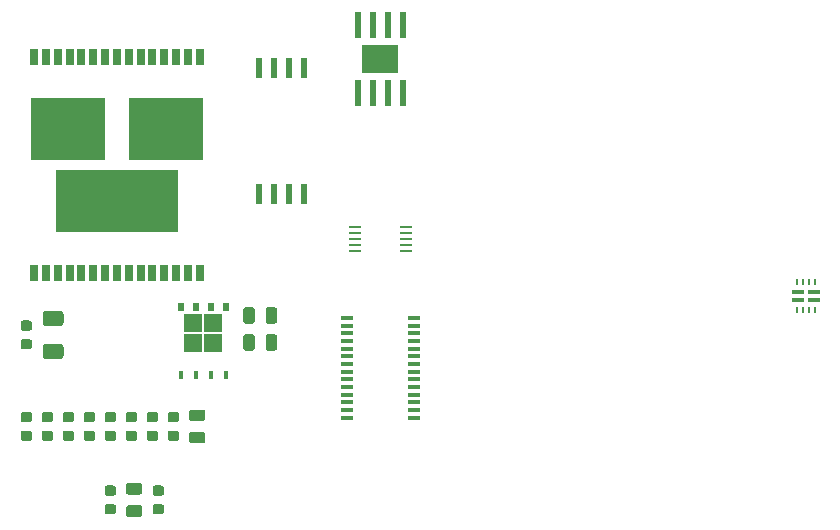
<source format=gbr>
G04 #@! TF.GenerationSoftware,KiCad,Pcbnew,(5.1.5-0-10_14)*
G04 #@! TF.CreationDate,2019-12-31T01:38:16-08:00*
G04 #@! TF.ProjectId,Glue Board,476c7565-2042-46f6-9172-642e6b696361,rev?*
G04 #@! TF.SameCoordinates,Original*
G04 #@! TF.FileFunction,Paste,Top*
G04 #@! TF.FilePolarity,Positive*
%FSLAX46Y46*%
G04 Gerber Fmt 4.6, Leading zero omitted, Abs format (unit mm)*
G04 Created by KiCad (PCBNEW (5.1.5-0-10_14)) date 2019-12-31 01:38:16*
%MOMM*%
%LPD*%
G04 APERTURE LIST*
%ADD10R,0.600000X1.800000*%
%ADD11R,0.500000X0.750000*%
%ADD12R,1.500000X1.500000*%
%ADD13R,0.400000X0.750000*%
%ADD14R,0.500000X2.200000*%
%ADD15R,3.100000X2.400000*%
%ADD16C,0.100000*%
%ADD17R,0.200000X0.600000*%
%ADD18R,1.050000X0.400000*%
%ADD19R,1.100000X0.250000*%
%ADD20R,6.230000X5.250000*%
%ADD21R,10.300000X5.250000*%
%ADD22R,0.660000X1.350000*%
%ADD23R,1.100000X0.400000*%
G04 APERTURE END LIST*
D10*
X187579000Y-67814000D03*
X186309000Y-67814000D03*
X185039000Y-67814000D03*
X183769000Y-67814000D03*
X183769000Y-57154000D03*
X185039000Y-57154000D03*
X186309000Y-57154000D03*
X187579000Y-57154000D03*
D11*
X180975000Y-77359000D03*
X179705000Y-77359000D03*
X178435000Y-77359000D03*
X177165000Y-77359000D03*
D12*
X179920000Y-80464000D03*
X178220000Y-80464000D03*
X179920000Y-78764000D03*
X178220000Y-78764000D03*
D13*
X180975000Y-83164000D03*
X179705000Y-83164000D03*
X178435000Y-83164000D03*
X177165000Y-83164000D03*
D14*
X192151000Y-53513000D03*
X193421000Y-53513000D03*
X194691000Y-53513000D03*
X195961000Y-53513000D03*
X195961000Y-59263000D03*
X194691000Y-59263000D03*
X193421000Y-59263000D03*
X192151000Y-59263000D03*
D15*
X194056000Y-56388000D03*
D16*
G36*
X164361691Y-78532053D02*
G01*
X164382926Y-78535203D01*
X164403750Y-78540419D01*
X164423962Y-78547651D01*
X164443368Y-78556830D01*
X164461781Y-78567866D01*
X164479024Y-78580654D01*
X164494930Y-78595070D01*
X164509346Y-78610976D01*
X164522134Y-78628219D01*
X164533170Y-78646632D01*
X164542349Y-78666038D01*
X164549581Y-78686250D01*
X164554797Y-78707074D01*
X164557947Y-78728309D01*
X164559000Y-78749750D01*
X164559000Y-79187250D01*
X164557947Y-79208691D01*
X164554797Y-79229926D01*
X164549581Y-79250750D01*
X164542349Y-79270962D01*
X164533170Y-79290368D01*
X164522134Y-79308781D01*
X164509346Y-79326024D01*
X164494930Y-79341930D01*
X164479024Y-79356346D01*
X164461781Y-79369134D01*
X164443368Y-79380170D01*
X164423962Y-79389349D01*
X164403750Y-79396581D01*
X164382926Y-79401797D01*
X164361691Y-79404947D01*
X164340250Y-79406000D01*
X163827750Y-79406000D01*
X163806309Y-79404947D01*
X163785074Y-79401797D01*
X163764250Y-79396581D01*
X163744038Y-79389349D01*
X163724632Y-79380170D01*
X163706219Y-79369134D01*
X163688976Y-79356346D01*
X163673070Y-79341930D01*
X163658654Y-79326024D01*
X163645866Y-79308781D01*
X163634830Y-79290368D01*
X163625651Y-79270962D01*
X163618419Y-79250750D01*
X163613203Y-79229926D01*
X163610053Y-79208691D01*
X163609000Y-79187250D01*
X163609000Y-78749750D01*
X163610053Y-78728309D01*
X163613203Y-78707074D01*
X163618419Y-78686250D01*
X163625651Y-78666038D01*
X163634830Y-78646632D01*
X163645866Y-78628219D01*
X163658654Y-78610976D01*
X163673070Y-78595070D01*
X163688976Y-78580654D01*
X163706219Y-78567866D01*
X163724632Y-78556830D01*
X163744038Y-78547651D01*
X163764250Y-78540419D01*
X163785074Y-78535203D01*
X163806309Y-78532053D01*
X163827750Y-78531000D01*
X164340250Y-78531000D01*
X164361691Y-78532053D01*
G37*
G36*
X164361691Y-80107053D02*
G01*
X164382926Y-80110203D01*
X164403750Y-80115419D01*
X164423962Y-80122651D01*
X164443368Y-80131830D01*
X164461781Y-80142866D01*
X164479024Y-80155654D01*
X164494930Y-80170070D01*
X164509346Y-80185976D01*
X164522134Y-80203219D01*
X164533170Y-80221632D01*
X164542349Y-80241038D01*
X164549581Y-80261250D01*
X164554797Y-80282074D01*
X164557947Y-80303309D01*
X164559000Y-80324750D01*
X164559000Y-80762250D01*
X164557947Y-80783691D01*
X164554797Y-80804926D01*
X164549581Y-80825750D01*
X164542349Y-80845962D01*
X164533170Y-80865368D01*
X164522134Y-80883781D01*
X164509346Y-80901024D01*
X164494930Y-80916930D01*
X164479024Y-80931346D01*
X164461781Y-80944134D01*
X164443368Y-80955170D01*
X164423962Y-80964349D01*
X164403750Y-80971581D01*
X164382926Y-80976797D01*
X164361691Y-80979947D01*
X164340250Y-80981000D01*
X163827750Y-80981000D01*
X163806309Y-80979947D01*
X163785074Y-80976797D01*
X163764250Y-80971581D01*
X163744038Y-80964349D01*
X163724632Y-80955170D01*
X163706219Y-80944134D01*
X163688976Y-80931346D01*
X163673070Y-80916930D01*
X163658654Y-80901024D01*
X163645866Y-80883781D01*
X163634830Y-80865368D01*
X163625651Y-80845962D01*
X163618419Y-80825750D01*
X163613203Y-80804926D01*
X163610053Y-80783691D01*
X163609000Y-80762250D01*
X163609000Y-80324750D01*
X163610053Y-80303309D01*
X163613203Y-80282074D01*
X163618419Y-80261250D01*
X163625651Y-80241038D01*
X163634830Y-80221632D01*
X163645866Y-80203219D01*
X163658654Y-80185976D01*
X163673070Y-80170070D01*
X163688976Y-80155654D01*
X163706219Y-80142866D01*
X163724632Y-80131830D01*
X163744038Y-80122651D01*
X163764250Y-80115419D01*
X163785074Y-80110203D01*
X163806309Y-80107053D01*
X163827750Y-80106000D01*
X164340250Y-80106000D01*
X164361691Y-80107053D01*
G37*
G36*
X175537691Y-94077053D02*
G01*
X175558926Y-94080203D01*
X175579750Y-94085419D01*
X175599962Y-94092651D01*
X175619368Y-94101830D01*
X175637781Y-94112866D01*
X175655024Y-94125654D01*
X175670930Y-94140070D01*
X175685346Y-94155976D01*
X175698134Y-94173219D01*
X175709170Y-94191632D01*
X175718349Y-94211038D01*
X175725581Y-94231250D01*
X175730797Y-94252074D01*
X175733947Y-94273309D01*
X175735000Y-94294750D01*
X175735000Y-94732250D01*
X175733947Y-94753691D01*
X175730797Y-94774926D01*
X175725581Y-94795750D01*
X175718349Y-94815962D01*
X175709170Y-94835368D01*
X175698134Y-94853781D01*
X175685346Y-94871024D01*
X175670930Y-94886930D01*
X175655024Y-94901346D01*
X175637781Y-94914134D01*
X175619368Y-94925170D01*
X175599962Y-94934349D01*
X175579750Y-94941581D01*
X175558926Y-94946797D01*
X175537691Y-94949947D01*
X175516250Y-94951000D01*
X175003750Y-94951000D01*
X174982309Y-94949947D01*
X174961074Y-94946797D01*
X174940250Y-94941581D01*
X174920038Y-94934349D01*
X174900632Y-94925170D01*
X174882219Y-94914134D01*
X174864976Y-94901346D01*
X174849070Y-94886930D01*
X174834654Y-94871024D01*
X174821866Y-94853781D01*
X174810830Y-94835368D01*
X174801651Y-94815962D01*
X174794419Y-94795750D01*
X174789203Y-94774926D01*
X174786053Y-94753691D01*
X174785000Y-94732250D01*
X174785000Y-94294750D01*
X174786053Y-94273309D01*
X174789203Y-94252074D01*
X174794419Y-94231250D01*
X174801651Y-94211038D01*
X174810830Y-94191632D01*
X174821866Y-94173219D01*
X174834654Y-94155976D01*
X174849070Y-94140070D01*
X174864976Y-94125654D01*
X174882219Y-94112866D01*
X174900632Y-94101830D01*
X174920038Y-94092651D01*
X174940250Y-94085419D01*
X174961074Y-94080203D01*
X174982309Y-94077053D01*
X175003750Y-94076000D01*
X175516250Y-94076000D01*
X175537691Y-94077053D01*
G37*
G36*
X175537691Y-92502053D02*
G01*
X175558926Y-92505203D01*
X175579750Y-92510419D01*
X175599962Y-92517651D01*
X175619368Y-92526830D01*
X175637781Y-92537866D01*
X175655024Y-92550654D01*
X175670930Y-92565070D01*
X175685346Y-92580976D01*
X175698134Y-92598219D01*
X175709170Y-92616632D01*
X175718349Y-92636038D01*
X175725581Y-92656250D01*
X175730797Y-92677074D01*
X175733947Y-92698309D01*
X175735000Y-92719750D01*
X175735000Y-93157250D01*
X175733947Y-93178691D01*
X175730797Y-93199926D01*
X175725581Y-93220750D01*
X175718349Y-93240962D01*
X175709170Y-93260368D01*
X175698134Y-93278781D01*
X175685346Y-93296024D01*
X175670930Y-93311930D01*
X175655024Y-93326346D01*
X175637781Y-93339134D01*
X175619368Y-93350170D01*
X175599962Y-93359349D01*
X175579750Y-93366581D01*
X175558926Y-93371797D01*
X175537691Y-93374947D01*
X175516250Y-93376000D01*
X175003750Y-93376000D01*
X174982309Y-93374947D01*
X174961074Y-93371797D01*
X174940250Y-93366581D01*
X174920038Y-93359349D01*
X174900632Y-93350170D01*
X174882219Y-93339134D01*
X174864976Y-93326346D01*
X174849070Y-93311930D01*
X174834654Y-93296024D01*
X174821866Y-93278781D01*
X174810830Y-93260368D01*
X174801651Y-93240962D01*
X174794419Y-93220750D01*
X174789203Y-93199926D01*
X174786053Y-93178691D01*
X174785000Y-93157250D01*
X174785000Y-92719750D01*
X174786053Y-92698309D01*
X174789203Y-92677074D01*
X174794419Y-92656250D01*
X174801651Y-92636038D01*
X174810830Y-92616632D01*
X174821866Y-92598219D01*
X174834654Y-92580976D01*
X174849070Y-92565070D01*
X174864976Y-92550654D01*
X174882219Y-92537866D01*
X174900632Y-92526830D01*
X174920038Y-92517651D01*
X174940250Y-92510419D01*
X174961074Y-92505203D01*
X174982309Y-92502053D01*
X175003750Y-92501000D01*
X175516250Y-92501000D01*
X175537691Y-92502053D01*
G37*
G36*
X166139691Y-86279053D02*
G01*
X166160926Y-86282203D01*
X166181750Y-86287419D01*
X166201962Y-86294651D01*
X166221368Y-86303830D01*
X166239781Y-86314866D01*
X166257024Y-86327654D01*
X166272930Y-86342070D01*
X166287346Y-86357976D01*
X166300134Y-86375219D01*
X166311170Y-86393632D01*
X166320349Y-86413038D01*
X166327581Y-86433250D01*
X166332797Y-86454074D01*
X166335947Y-86475309D01*
X166337000Y-86496750D01*
X166337000Y-86934250D01*
X166335947Y-86955691D01*
X166332797Y-86976926D01*
X166327581Y-86997750D01*
X166320349Y-87017962D01*
X166311170Y-87037368D01*
X166300134Y-87055781D01*
X166287346Y-87073024D01*
X166272930Y-87088930D01*
X166257024Y-87103346D01*
X166239781Y-87116134D01*
X166221368Y-87127170D01*
X166201962Y-87136349D01*
X166181750Y-87143581D01*
X166160926Y-87148797D01*
X166139691Y-87151947D01*
X166118250Y-87153000D01*
X165605750Y-87153000D01*
X165584309Y-87151947D01*
X165563074Y-87148797D01*
X165542250Y-87143581D01*
X165522038Y-87136349D01*
X165502632Y-87127170D01*
X165484219Y-87116134D01*
X165466976Y-87103346D01*
X165451070Y-87088930D01*
X165436654Y-87073024D01*
X165423866Y-87055781D01*
X165412830Y-87037368D01*
X165403651Y-87017962D01*
X165396419Y-86997750D01*
X165391203Y-86976926D01*
X165388053Y-86955691D01*
X165387000Y-86934250D01*
X165387000Y-86496750D01*
X165388053Y-86475309D01*
X165391203Y-86454074D01*
X165396419Y-86433250D01*
X165403651Y-86413038D01*
X165412830Y-86393632D01*
X165423866Y-86375219D01*
X165436654Y-86357976D01*
X165451070Y-86342070D01*
X165466976Y-86327654D01*
X165484219Y-86314866D01*
X165502632Y-86303830D01*
X165522038Y-86294651D01*
X165542250Y-86287419D01*
X165563074Y-86282203D01*
X165584309Y-86279053D01*
X165605750Y-86278000D01*
X166118250Y-86278000D01*
X166139691Y-86279053D01*
G37*
G36*
X166139691Y-87854053D02*
G01*
X166160926Y-87857203D01*
X166181750Y-87862419D01*
X166201962Y-87869651D01*
X166221368Y-87878830D01*
X166239781Y-87889866D01*
X166257024Y-87902654D01*
X166272930Y-87917070D01*
X166287346Y-87932976D01*
X166300134Y-87950219D01*
X166311170Y-87968632D01*
X166320349Y-87988038D01*
X166327581Y-88008250D01*
X166332797Y-88029074D01*
X166335947Y-88050309D01*
X166337000Y-88071750D01*
X166337000Y-88509250D01*
X166335947Y-88530691D01*
X166332797Y-88551926D01*
X166327581Y-88572750D01*
X166320349Y-88592962D01*
X166311170Y-88612368D01*
X166300134Y-88630781D01*
X166287346Y-88648024D01*
X166272930Y-88663930D01*
X166257024Y-88678346D01*
X166239781Y-88691134D01*
X166221368Y-88702170D01*
X166201962Y-88711349D01*
X166181750Y-88718581D01*
X166160926Y-88723797D01*
X166139691Y-88726947D01*
X166118250Y-88728000D01*
X165605750Y-88728000D01*
X165584309Y-88726947D01*
X165563074Y-88723797D01*
X165542250Y-88718581D01*
X165522038Y-88711349D01*
X165502632Y-88702170D01*
X165484219Y-88691134D01*
X165466976Y-88678346D01*
X165451070Y-88663930D01*
X165436654Y-88648024D01*
X165423866Y-88630781D01*
X165412830Y-88612368D01*
X165403651Y-88592962D01*
X165396419Y-88572750D01*
X165391203Y-88551926D01*
X165388053Y-88530691D01*
X165387000Y-88509250D01*
X165387000Y-88071750D01*
X165388053Y-88050309D01*
X165391203Y-88029074D01*
X165396419Y-88008250D01*
X165403651Y-87988038D01*
X165412830Y-87968632D01*
X165423866Y-87950219D01*
X165436654Y-87932976D01*
X165451070Y-87917070D01*
X165466976Y-87902654D01*
X165484219Y-87889866D01*
X165502632Y-87878830D01*
X165522038Y-87869651D01*
X165542250Y-87862419D01*
X165563074Y-87857203D01*
X165584309Y-87854053D01*
X165605750Y-87853000D01*
X166118250Y-87853000D01*
X166139691Y-87854053D01*
G37*
G36*
X173251691Y-87854053D02*
G01*
X173272926Y-87857203D01*
X173293750Y-87862419D01*
X173313962Y-87869651D01*
X173333368Y-87878830D01*
X173351781Y-87889866D01*
X173369024Y-87902654D01*
X173384930Y-87917070D01*
X173399346Y-87932976D01*
X173412134Y-87950219D01*
X173423170Y-87968632D01*
X173432349Y-87988038D01*
X173439581Y-88008250D01*
X173444797Y-88029074D01*
X173447947Y-88050309D01*
X173449000Y-88071750D01*
X173449000Y-88509250D01*
X173447947Y-88530691D01*
X173444797Y-88551926D01*
X173439581Y-88572750D01*
X173432349Y-88592962D01*
X173423170Y-88612368D01*
X173412134Y-88630781D01*
X173399346Y-88648024D01*
X173384930Y-88663930D01*
X173369024Y-88678346D01*
X173351781Y-88691134D01*
X173333368Y-88702170D01*
X173313962Y-88711349D01*
X173293750Y-88718581D01*
X173272926Y-88723797D01*
X173251691Y-88726947D01*
X173230250Y-88728000D01*
X172717750Y-88728000D01*
X172696309Y-88726947D01*
X172675074Y-88723797D01*
X172654250Y-88718581D01*
X172634038Y-88711349D01*
X172614632Y-88702170D01*
X172596219Y-88691134D01*
X172578976Y-88678346D01*
X172563070Y-88663930D01*
X172548654Y-88648024D01*
X172535866Y-88630781D01*
X172524830Y-88612368D01*
X172515651Y-88592962D01*
X172508419Y-88572750D01*
X172503203Y-88551926D01*
X172500053Y-88530691D01*
X172499000Y-88509250D01*
X172499000Y-88071750D01*
X172500053Y-88050309D01*
X172503203Y-88029074D01*
X172508419Y-88008250D01*
X172515651Y-87988038D01*
X172524830Y-87968632D01*
X172535866Y-87950219D01*
X172548654Y-87932976D01*
X172563070Y-87917070D01*
X172578976Y-87902654D01*
X172596219Y-87889866D01*
X172614632Y-87878830D01*
X172634038Y-87869651D01*
X172654250Y-87862419D01*
X172675074Y-87857203D01*
X172696309Y-87854053D01*
X172717750Y-87853000D01*
X173230250Y-87853000D01*
X173251691Y-87854053D01*
G37*
G36*
X173251691Y-86279053D02*
G01*
X173272926Y-86282203D01*
X173293750Y-86287419D01*
X173313962Y-86294651D01*
X173333368Y-86303830D01*
X173351781Y-86314866D01*
X173369024Y-86327654D01*
X173384930Y-86342070D01*
X173399346Y-86357976D01*
X173412134Y-86375219D01*
X173423170Y-86393632D01*
X173432349Y-86413038D01*
X173439581Y-86433250D01*
X173444797Y-86454074D01*
X173447947Y-86475309D01*
X173449000Y-86496750D01*
X173449000Y-86934250D01*
X173447947Y-86955691D01*
X173444797Y-86976926D01*
X173439581Y-86997750D01*
X173432349Y-87017962D01*
X173423170Y-87037368D01*
X173412134Y-87055781D01*
X173399346Y-87073024D01*
X173384930Y-87088930D01*
X173369024Y-87103346D01*
X173351781Y-87116134D01*
X173333368Y-87127170D01*
X173313962Y-87136349D01*
X173293750Y-87143581D01*
X173272926Y-87148797D01*
X173251691Y-87151947D01*
X173230250Y-87153000D01*
X172717750Y-87153000D01*
X172696309Y-87151947D01*
X172675074Y-87148797D01*
X172654250Y-87143581D01*
X172634038Y-87136349D01*
X172614632Y-87127170D01*
X172596219Y-87116134D01*
X172578976Y-87103346D01*
X172563070Y-87088930D01*
X172548654Y-87073024D01*
X172535866Y-87055781D01*
X172524830Y-87037368D01*
X172515651Y-87017962D01*
X172508419Y-86997750D01*
X172503203Y-86976926D01*
X172500053Y-86955691D01*
X172499000Y-86934250D01*
X172499000Y-86496750D01*
X172500053Y-86475309D01*
X172503203Y-86454074D01*
X172508419Y-86433250D01*
X172515651Y-86413038D01*
X172524830Y-86393632D01*
X172535866Y-86375219D01*
X172548654Y-86357976D01*
X172563070Y-86342070D01*
X172578976Y-86327654D01*
X172596219Y-86314866D01*
X172614632Y-86303830D01*
X172634038Y-86294651D01*
X172654250Y-86287419D01*
X172675074Y-86282203D01*
X172696309Y-86279053D01*
X172717750Y-86278000D01*
X173230250Y-86278000D01*
X173251691Y-86279053D01*
G37*
G36*
X164361691Y-86279053D02*
G01*
X164382926Y-86282203D01*
X164403750Y-86287419D01*
X164423962Y-86294651D01*
X164443368Y-86303830D01*
X164461781Y-86314866D01*
X164479024Y-86327654D01*
X164494930Y-86342070D01*
X164509346Y-86357976D01*
X164522134Y-86375219D01*
X164533170Y-86393632D01*
X164542349Y-86413038D01*
X164549581Y-86433250D01*
X164554797Y-86454074D01*
X164557947Y-86475309D01*
X164559000Y-86496750D01*
X164559000Y-86934250D01*
X164557947Y-86955691D01*
X164554797Y-86976926D01*
X164549581Y-86997750D01*
X164542349Y-87017962D01*
X164533170Y-87037368D01*
X164522134Y-87055781D01*
X164509346Y-87073024D01*
X164494930Y-87088930D01*
X164479024Y-87103346D01*
X164461781Y-87116134D01*
X164443368Y-87127170D01*
X164423962Y-87136349D01*
X164403750Y-87143581D01*
X164382926Y-87148797D01*
X164361691Y-87151947D01*
X164340250Y-87153000D01*
X163827750Y-87153000D01*
X163806309Y-87151947D01*
X163785074Y-87148797D01*
X163764250Y-87143581D01*
X163744038Y-87136349D01*
X163724632Y-87127170D01*
X163706219Y-87116134D01*
X163688976Y-87103346D01*
X163673070Y-87088930D01*
X163658654Y-87073024D01*
X163645866Y-87055781D01*
X163634830Y-87037368D01*
X163625651Y-87017962D01*
X163618419Y-86997750D01*
X163613203Y-86976926D01*
X163610053Y-86955691D01*
X163609000Y-86934250D01*
X163609000Y-86496750D01*
X163610053Y-86475309D01*
X163613203Y-86454074D01*
X163618419Y-86433250D01*
X163625651Y-86413038D01*
X163634830Y-86393632D01*
X163645866Y-86375219D01*
X163658654Y-86357976D01*
X163673070Y-86342070D01*
X163688976Y-86327654D01*
X163706219Y-86314866D01*
X163724632Y-86303830D01*
X163744038Y-86294651D01*
X163764250Y-86287419D01*
X163785074Y-86282203D01*
X163806309Y-86279053D01*
X163827750Y-86278000D01*
X164340250Y-86278000D01*
X164361691Y-86279053D01*
G37*
G36*
X164361691Y-87854053D02*
G01*
X164382926Y-87857203D01*
X164403750Y-87862419D01*
X164423962Y-87869651D01*
X164443368Y-87878830D01*
X164461781Y-87889866D01*
X164479024Y-87902654D01*
X164494930Y-87917070D01*
X164509346Y-87932976D01*
X164522134Y-87950219D01*
X164533170Y-87968632D01*
X164542349Y-87988038D01*
X164549581Y-88008250D01*
X164554797Y-88029074D01*
X164557947Y-88050309D01*
X164559000Y-88071750D01*
X164559000Y-88509250D01*
X164557947Y-88530691D01*
X164554797Y-88551926D01*
X164549581Y-88572750D01*
X164542349Y-88592962D01*
X164533170Y-88612368D01*
X164522134Y-88630781D01*
X164509346Y-88648024D01*
X164494930Y-88663930D01*
X164479024Y-88678346D01*
X164461781Y-88691134D01*
X164443368Y-88702170D01*
X164423962Y-88711349D01*
X164403750Y-88718581D01*
X164382926Y-88723797D01*
X164361691Y-88726947D01*
X164340250Y-88728000D01*
X163827750Y-88728000D01*
X163806309Y-88726947D01*
X163785074Y-88723797D01*
X163764250Y-88718581D01*
X163744038Y-88711349D01*
X163724632Y-88702170D01*
X163706219Y-88691134D01*
X163688976Y-88678346D01*
X163673070Y-88663930D01*
X163658654Y-88648024D01*
X163645866Y-88630781D01*
X163634830Y-88612368D01*
X163625651Y-88592962D01*
X163618419Y-88572750D01*
X163613203Y-88551926D01*
X163610053Y-88530691D01*
X163609000Y-88509250D01*
X163609000Y-88071750D01*
X163610053Y-88050309D01*
X163613203Y-88029074D01*
X163618419Y-88008250D01*
X163625651Y-87988038D01*
X163634830Y-87968632D01*
X163645866Y-87950219D01*
X163658654Y-87932976D01*
X163673070Y-87917070D01*
X163688976Y-87902654D01*
X163706219Y-87889866D01*
X163724632Y-87878830D01*
X163744038Y-87869651D01*
X163764250Y-87862419D01*
X163785074Y-87857203D01*
X163806309Y-87854053D01*
X163827750Y-87853000D01*
X164340250Y-87853000D01*
X164361691Y-87854053D01*
G37*
G36*
X175029691Y-87854053D02*
G01*
X175050926Y-87857203D01*
X175071750Y-87862419D01*
X175091962Y-87869651D01*
X175111368Y-87878830D01*
X175129781Y-87889866D01*
X175147024Y-87902654D01*
X175162930Y-87917070D01*
X175177346Y-87932976D01*
X175190134Y-87950219D01*
X175201170Y-87968632D01*
X175210349Y-87988038D01*
X175217581Y-88008250D01*
X175222797Y-88029074D01*
X175225947Y-88050309D01*
X175227000Y-88071750D01*
X175227000Y-88509250D01*
X175225947Y-88530691D01*
X175222797Y-88551926D01*
X175217581Y-88572750D01*
X175210349Y-88592962D01*
X175201170Y-88612368D01*
X175190134Y-88630781D01*
X175177346Y-88648024D01*
X175162930Y-88663930D01*
X175147024Y-88678346D01*
X175129781Y-88691134D01*
X175111368Y-88702170D01*
X175091962Y-88711349D01*
X175071750Y-88718581D01*
X175050926Y-88723797D01*
X175029691Y-88726947D01*
X175008250Y-88728000D01*
X174495750Y-88728000D01*
X174474309Y-88726947D01*
X174453074Y-88723797D01*
X174432250Y-88718581D01*
X174412038Y-88711349D01*
X174392632Y-88702170D01*
X174374219Y-88691134D01*
X174356976Y-88678346D01*
X174341070Y-88663930D01*
X174326654Y-88648024D01*
X174313866Y-88630781D01*
X174302830Y-88612368D01*
X174293651Y-88592962D01*
X174286419Y-88572750D01*
X174281203Y-88551926D01*
X174278053Y-88530691D01*
X174277000Y-88509250D01*
X174277000Y-88071750D01*
X174278053Y-88050309D01*
X174281203Y-88029074D01*
X174286419Y-88008250D01*
X174293651Y-87988038D01*
X174302830Y-87968632D01*
X174313866Y-87950219D01*
X174326654Y-87932976D01*
X174341070Y-87917070D01*
X174356976Y-87902654D01*
X174374219Y-87889866D01*
X174392632Y-87878830D01*
X174412038Y-87869651D01*
X174432250Y-87862419D01*
X174453074Y-87857203D01*
X174474309Y-87854053D01*
X174495750Y-87853000D01*
X175008250Y-87853000D01*
X175029691Y-87854053D01*
G37*
G36*
X175029691Y-86279053D02*
G01*
X175050926Y-86282203D01*
X175071750Y-86287419D01*
X175091962Y-86294651D01*
X175111368Y-86303830D01*
X175129781Y-86314866D01*
X175147024Y-86327654D01*
X175162930Y-86342070D01*
X175177346Y-86357976D01*
X175190134Y-86375219D01*
X175201170Y-86393632D01*
X175210349Y-86413038D01*
X175217581Y-86433250D01*
X175222797Y-86454074D01*
X175225947Y-86475309D01*
X175227000Y-86496750D01*
X175227000Y-86934250D01*
X175225947Y-86955691D01*
X175222797Y-86976926D01*
X175217581Y-86997750D01*
X175210349Y-87017962D01*
X175201170Y-87037368D01*
X175190134Y-87055781D01*
X175177346Y-87073024D01*
X175162930Y-87088930D01*
X175147024Y-87103346D01*
X175129781Y-87116134D01*
X175111368Y-87127170D01*
X175091962Y-87136349D01*
X175071750Y-87143581D01*
X175050926Y-87148797D01*
X175029691Y-87151947D01*
X175008250Y-87153000D01*
X174495750Y-87153000D01*
X174474309Y-87151947D01*
X174453074Y-87148797D01*
X174432250Y-87143581D01*
X174412038Y-87136349D01*
X174392632Y-87127170D01*
X174374219Y-87116134D01*
X174356976Y-87103346D01*
X174341070Y-87088930D01*
X174326654Y-87073024D01*
X174313866Y-87055781D01*
X174302830Y-87037368D01*
X174293651Y-87017962D01*
X174286419Y-86997750D01*
X174281203Y-86976926D01*
X174278053Y-86955691D01*
X174277000Y-86934250D01*
X174277000Y-86496750D01*
X174278053Y-86475309D01*
X174281203Y-86454074D01*
X174286419Y-86433250D01*
X174293651Y-86413038D01*
X174302830Y-86393632D01*
X174313866Y-86375219D01*
X174326654Y-86357976D01*
X174341070Y-86342070D01*
X174356976Y-86327654D01*
X174374219Y-86314866D01*
X174392632Y-86303830D01*
X174412038Y-86294651D01*
X174432250Y-86287419D01*
X174453074Y-86282203D01*
X174474309Y-86279053D01*
X174495750Y-86278000D01*
X175008250Y-86278000D01*
X175029691Y-86279053D01*
G37*
G36*
X169695691Y-87854053D02*
G01*
X169716926Y-87857203D01*
X169737750Y-87862419D01*
X169757962Y-87869651D01*
X169777368Y-87878830D01*
X169795781Y-87889866D01*
X169813024Y-87902654D01*
X169828930Y-87917070D01*
X169843346Y-87932976D01*
X169856134Y-87950219D01*
X169867170Y-87968632D01*
X169876349Y-87988038D01*
X169883581Y-88008250D01*
X169888797Y-88029074D01*
X169891947Y-88050309D01*
X169893000Y-88071750D01*
X169893000Y-88509250D01*
X169891947Y-88530691D01*
X169888797Y-88551926D01*
X169883581Y-88572750D01*
X169876349Y-88592962D01*
X169867170Y-88612368D01*
X169856134Y-88630781D01*
X169843346Y-88648024D01*
X169828930Y-88663930D01*
X169813024Y-88678346D01*
X169795781Y-88691134D01*
X169777368Y-88702170D01*
X169757962Y-88711349D01*
X169737750Y-88718581D01*
X169716926Y-88723797D01*
X169695691Y-88726947D01*
X169674250Y-88728000D01*
X169161750Y-88728000D01*
X169140309Y-88726947D01*
X169119074Y-88723797D01*
X169098250Y-88718581D01*
X169078038Y-88711349D01*
X169058632Y-88702170D01*
X169040219Y-88691134D01*
X169022976Y-88678346D01*
X169007070Y-88663930D01*
X168992654Y-88648024D01*
X168979866Y-88630781D01*
X168968830Y-88612368D01*
X168959651Y-88592962D01*
X168952419Y-88572750D01*
X168947203Y-88551926D01*
X168944053Y-88530691D01*
X168943000Y-88509250D01*
X168943000Y-88071750D01*
X168944053Y-88050309D01*
X168947203Y-88029074D01*
X168952419Y-88008250D01*
X168959651Y-87988038D01*
X168968830Y-87968632D01*
X168979866Y-87950219D01*
X168992654Y-87932976D01*
X169007070Y-87917070D01*
X169022976Y-87902654D01*
X169040219Y-87889866D01*
X169058632Y-87878830D01*
X169078038Y-87869651D01*
X169098250Y-87862419D01*
X169119074Y-87857203D01*
X169140309Y-87854053D01*
X169161750Y-87853000D01*
X169674250Y-87853000D01*
X169695691Y-87854053D01*
G37*
G36*
X169695691Y-86279053D02*
G01*
X169716926Y-86282203D01*
X169737750Y-86287419D01*
X169757962Y-86294651D01*
X169777368Y-86303830D01*
X169795781Y-86314866D01*
X169813024Y-86327654D01*
X169828930Y-86342070D01*
X169843346Y-86357976D01*
X169856134Y-86375219D01*
X169867170Y-86393632D01*
X169876349Y-86413038D01*
X169883581Y-86433250D01*
X169888797Y-86454074D01*
X169891947Y-86475309D01*
X169893000Y-86496750D01*
X169893000Y-86934250D01*
X169891947Y-86955691D01*
X169888797Y-86976926D01*
X169883581Y-86997750D01*
X169876349Y-87017962D01*
X169867170Y-87037368D01*
X169856134Y-87055781D01*
X169843346Y-87073024D01*
X169828930Y-87088930D01*
X169813024Y-87103346D01*
X169795781Y-87116134D01*
X169777368Y-87127170D01*
X169757962Y-87136349D01*
X169737750Y-87143581D01*
X169716926Y-87148797D01*
X169695691Y-87151947D01*
X169674250Y-87153000D01*
X169161750Y-87153000D01*
X169140309Y-87151947D01*
X169119074Y-87148797D01*
X169098250Y-87143581D01*
X169078038Y-87136349D01*
X169058632Y-87127170D01*
X169040219Y-87116134D01*
X169022976Y-87103346D01*
X169007070Y-87088930D01*
X168992654Y-87073024D01*
X168979866Y-87055781D01*
X168968830Y-87037368D01*
X168959651Y-87017962D01*
X168952419Y-86997750D01*
X168947203Y-86976926D01*
X168944053Y-86955691D01*
X168943000Y-86934250D01*
X168943000Y-86496750D01*
X168944053Y-86475309D01*
X168947203Y-86454074D01*
X168952419Y-86433250D01*
X168959651Y-86413038D01*
X168968830Y-86393632D01*
X168979866Y-86375219D01*
X168992654Y-86357976D01*
X169007070Y-86342070D01*
X169022976Y-86327654D01*
X169040219Y-86314866D01*
X169058632Y-86303830D01*
X169078038Y-86294651D01*
X169098250Y-86287419D01*
X169119074Y-86282203D01*
X169140309Y-86279053D01*
X169161750Y-86278000D01*
X169674250Y-86278000D01*
X169695691Y-86279053D01*
G37*
G36*
X171473691Y-87854053D02*
G01*
X171494926Y-87857203D01*
X171515750Y-87862419D01*
X171535962Y-87869651D01*
X171555368Y-87878830D01*
X171573781Y-87889866D01*
X171591024Y-87902654D01*
X171606930Y-87917070D01*
X171621346Y-87932976D01*
X171634134Y-87950219D01*
X171645170Y-87968632D01*
X171654349Y-87988038D01*
X171661581Y-88008250D01*
X171666797Y-88029074D01*
X171669947Y-88050309D01*
X171671000Y-88071750D01*
X171671000Y-88509250D01*
X171669947Y-88530691D01*
X171666797Y-88551926D01*
X171661581Y-88572750D01*
X171654349Y-88592962D01*
X171645170Y-88612368D01*
X171634134Y-88630781D01*
X171621346Y-88648024D01*
X171606930Y-88663930D01*
X171591024Y-88678346D01*
X171573781Y-88691134D01*
X171555368Y-88702170D01*
X171535962Y-88711349D01*
X171515750Y-88718581D01*
X171494926Y-88723797D01*
X171473691Y-88726947D01*
X171452250Y-88728000D01*
X170939750Y-88728000D01*
X170918309Y-88726947D01*
X170897074Y-88723797D01*
X170876250Y-88718581D01*
X170856038Y-88711349D01*
X170836632Y-88702170D01*
X170818219Y-88691134D01*
X170800976Y-88678346D01*
X170785070Y-88663930D01*
X170770654Y-88648024D01*
X170757866Y-88630781D01*
X170746830Y-88612368D01*
X170737651Y-88592962D01*
X170730419Y-88572750D01*
X170725203Y-88551926D01*
X170722053Y-88530691D01*
X170721000Y-88509250D01*
X170721000Y-88071750D01*
X170722053Y-88050309D01*
X170725203Y-88029074D01*
X170730419Y-88008250D01*
X170737651Y-87988038D01*
X170746830Y-87968632D01*
X170757866Y-87950219D01*
X170770654Y-87932976D01*
X170785070Y-87917070D01*
X170800976Y-87902654D01*
X170818219Y-87889866D01*
X170836632Y-87878830D01*
X170856038Y-87869651D01*
X170876250Y-87862419D01*
X170897074Y-87857203D01*
X170918309Y-87854053D01*
X170939750Y-87853000D01*
X171452250Y-87853000D01*
X171473691Y-87854053D01*
G37*
G36*
X171473691Y-86279053D02*
G01*
X171494926Y-86282203D01*
X171515750Y-86287419D01*
X171535962Y-86294651D01*
X171555368Y-86303830D01*
X171573781Y-86314866D01*
X171591024Y-86327654D01*
X171606930Y-86342070D01*
X171621346Y-86357976D01*
X171634134Y-86375219D01*
X171645170Y-86393632D01*
X171654349Y-86413038D01*
X171661581Y-86433250D01*
X171666797Y-86454074D01*
X171669947Y-86475309D01*
X171671000Y-86496750D01*
X171671000Y-86934250D01*
X171669947Y-86955691D01*
X171666797Y-86976926D01*
X171661581Y-86997750D01*
X171654349Y-87017962D01*
X171645170Y-87037368D01*
X171634134Y-87055781D01*
X171621346Y-87073024D01*
X171606930Y-87088930D01*
X171591024Y-87103346D01*
X171573781Y-87116134D01*
X171555368Y-87127170D01*
X171535962Y-87136349D01*
X171515750Y-87143581D01*
X171494926Y-87148797D01*
X171473691Y-87151947D01*
X171452250Y-87153000D01*
X170939750Y-87153000D01*
X170918309Y-87151947D01*
X170897074Y-87148797D01*
X170876250Y-87143581D01*
X170856038Y-87136349D01*
X170836632Y-87127170D01*
X170818219Y-87116134D01*
X170800976Y-87103346D01*
X170785070Y-87088930D01*
X170770654Y-87073024D01*
X170757866Y-87055781D01*
X170746830Y-87037368D01*
X170737651Y-87017962D01*
X170730419Y-86997750D01*
X170725203Y-86976926D01*
X170722053Y-86955691D01*
X170721000Y-86934250D01*
X170721000Y-86496750D01*
X170722053Y-86475309D01*
X170725203Y-86454074D01*
X170730419Y-86433250D01*
X170737651Y-86413038D01*
X170746830Y-86393632D01*
X170757866Y-86375219D01*
X170770654Y-86357976D01*
X170785070Y-86342070D01*
X170800976Y-86327654D01*
X170818219Y-86314866D01*
X170836632Y-86303830D01*
X170856038Y-86294651D01*
X170876250Y-86287419D01*
X170897074Y-86282203D01*
X170918309Y-86279053D01*
X170939750Y-86278000D01*
X171452250Y-86278000D01*
X171473691Y-86279053D01*
G37*
G36*
X176807691Y-87854053D02*
G01*
X176828926Y-87857203D01*
X176849750Y-87862419D01*
X176869962Y-87869651D01*
X176889368Y-87878830D01*
X176907781Y-87889866D01*
X176925024Y-87902654D01*
X176940930Y-87917070D01*
X176955346Y-87932976D01*
X176968134Y-87950219D01*
X176979170Y-87968632D01*
X176988349Y-87988038D01*
X176995581Y-88008250D01*
X177000797Y-88029074D01*
X177003947Y-88050309D01*
X177005000Y-88071750D01*
X177005000Y-88509250D01*
X177003947Y-88530691D01*
X177000797Y-88551926D01*
X176995581Y-88572750D01*
X176988349Y-88592962D01*
X176979170Y-88612368D01*
X176968134Y-88630781D01*
X176955346Y-88648024D01*
X176940930Y-88663930D01*
X176925024Y-88678346D01*
X176907781Y-88691134D01*
X176889368Y-88702170D01*
X176869962Y-88711349D01*
X176849750Y-88718581D01*
X176828926Y-88723797D01*
X176807691Y-88726947D01*
X176786250Y-88728000D01*
X176273750Y-88728000D01*
X176252309Y-88726947D01*
X176231074Y-88723797D01*
X176210250Y-88718581D01*
X176190038Y-88711349D01*
X176170632Y-88702170D01*
X176152219Y-88691134D01*
X176134976Y-88678346D01*
X176119070Y-88663930D01*
X176104654Y-88648024D01*
X176091866Y-88630781D01*
X176080830Y-88612368D01*
X176071651Y-88592962D01*
X176064419Y-88572750D01*
X176059203Y-88551926D01*
X176056053Y-88530691D01*
X176055000Y-88509250D01*
X176055000Y-88071750D01*
X176056053Y-88050309D01*
X176059203Y-88029074D01*
X176064419Y-88008250D01*
X176071651Y-87988038D01*
X176080830Y-87968632D01*
X176091866Y-87950219D01*
X176104654Y-87932976D01*
X176119070Y-87917070D01*
X176134976Y-87902654D01*
X176152219Y-87889866D01*
X176170632Y-87878830D01*
X176190038Y-87869651D01*
X176210250Y-87862419D01*
X176231074Y-87857203D01*
X176252309Y-87854053D01*
X176273750Y-87853000D01*
X176786250Y-87853000D01*
X176807691Y-87854053D01*
G37*
G36*
X176807691Y-86279053D02*
G01*
X176828926Y-86282203D01*
X176849750Y-86287419D01*
X176869962Y-86294651D01*
X176889368Y-86303830D01*
X176907781Y-86314866D01*
X176925024Y-86327654D01*
X176940930Y-86342070D01*
X176955346Y-86357976D01*
X176968134Y-86375219D01*
X176979170Y-86393632D01*
X176988349Y-86413038D01*
X176995581Y-86433250D01*
X177000797Y-86454074D01*
X177003947Y-86475309D01*
X177005000Y-86496750D01*
X177005000Y-86934250D01*
X177003947Y-86955691D01*
X177000797Y-86976926D01*
X176995581Y-86997750D01*
X176988349Y-87017962D01*
X176979170Y-87037368D01*
X176968134Y-87055781D01*
X176955346Y-87073024D01*
X176940930Y-87088930D01*
X176925024Y-87103346D01*
X176907781Y-87116134D01*
X176889368Y-87127170D01*
X176869962Y-87136349D01*
X176849750Y-87143581D01*
X176828926Y-87148797D01*
X176807691Y-87151947D01*
X176786250Y-87153000D01*
X176273750Y-87153000D01*
X176252309Y-87151947D01*
X176231074Y-87148797D01*
X176210250Y-87143581D01*
X176190038Y-87136349D01*
X176170632Y-87127170D01*
X176152219Y-87116134D01*
X176134976Y-87103346D01*
X176119070Y-87088930D01*
X176104654Y-87073024D01*
X176091866Y-87055781D01*
X176080830Y-87037368D01*
X176071651Y-87017962D01*
X176064419Y-86997750D01*
X176059203Y-86976926D01*
X176056053Y-86955691D01*
X176055000Y-86934250D01*
X176055000Y-86496750D01*
X176056053Y-86475309D01*
X176059203Y-86454074D01*
X176064419Y-86433250D01*
X176071651Y-86413038D01*
X176080830Y-86393632D01*
X176091866Y-86375219D01*
X176104654Y-86357976D01*
X176119070Y-86342070D01*
X176134976Y-86327654D01*
X176152219Y-86314866D01*
X176170632Y-86303830D01*
X176190038Y-86294651D01*
X176210250Y-86287419D01*
X176231074Y-86282203D01*
X176252309Y-86279053D01*
X176273750Y-86278000D01*
X176786250Y-86278000D01*
X176807691Y-86279053D01*
G37*
G36*
X167917691Y-87854053D02*
G01*
X167938926Y-87857203D01*
X167959750Y-87862419D01*
X167979962Y-87869651D01*
X167999368Y-87878830D01*
X168017781Y-87889866D01*
X168035024Y-87902654D01*
X168050930Y-87917070D01*
X168065346Y-87932976D01*
X168078134Y-87950219D01*
X168089170Y-87968632D01*
X168098349Y-87988038D01*
X168105581Y-88008250D01*
X168110797Y-88029074D01*
X168113947Y-88050309D01*
X168115000Y-88071750D01*
X168115000Y-88509250D01*
X168113947Y-88530691D01*
X168110797Y-88551926D01*
X168105581Y-88572750D01*
X168098349Y-88592962D01*
X168089170Y-88612368D01*
X168078134Y-88630781D01*
X168065346Y-88648024D01*
X168050930Y-88663930D01*
X168035024Y-88678346D01*
X168017781Y-88691134D01*
X167999368Y-88702170D01*
X167979962Y-88711349D01*
X167959750Y-88718581D01*
X167938926Y-88723797D01*
X167917691Y-88726947D01*
X167896250Y-88728000D01*
X167383750Y-88728000D01*
X167362309Y-88726947D01*
X167341074Y-88723797D01*
X167320250Y-88718581D01*
X167300038Y-88711349D01*
X167280632Y-88702170D01*
X167262219Y-88691134D01*
X167244976Y-88678346D01*
X167229070Y-88663930D01*
X167214654Y-88648024D01*
X167201866Y-88630781D01*
X167190830Y-88612368D01*
X167181651Y-88592962D01*
X167174419Y-88572750D01*
X167169203Y-88551926D01*
X167166053Y-88530691D01*
X167165000Y-88509250D01*
X167165000Y-88071750D01*
X167166053Y-88050309D01*
X167169203Y-88029074D01*
X167174419Y-88008250D01*
X167181651Y-87988038D01*
X167190830Y-87968632D01*
X167201866Y-87950219D01*
X167214654Y-87932976D01*
X167229070Y-87917070D01*
X167244976Y-87902654D01*
X167262219Y-87889866D01*
X167280632Y-87878830D01*
X167300038Y-87869651D01*
X167320250Y-87862419D01*
X167341074Y-87857203D01*
X167362309Y-87854053D01*
X167383750Y-87853000D01*
X167896250Y-87853000D01*
X167917691Y-87854053D01*
G37*
G36*
X167917691Y-86279053D02*
G01*
X167938926Y-86282203D01*
X167959750Y-86287419D01*
X167979962Y-86294651D01*
X167999368Y-86303830D01*
X168017781Y-86314866D01*
X168035024Y-86327654D01*
X168050930Y-86342070D01*
X168065346Y-86357976D01*
X168078134Y-86375219D01*
X168089170Y-86393632D01*
X168098349Y-86413038D01*
X168105581Y-86433250D01*
X168110797Y-86454074D01*
X168113947Y-86475309D01*
X168115000Y-86496750D01*
X168115000Y-86934250D01*
X168113947Y-86955691D01*
X168110797Y-86976926D01*
X168105581Y-86997750D01*
X168098349Y-87017962D01*
X168089170Y-87037368D01*
X168078134Y-87055781D01*
X168065346Y-87073024D01*
X168050930Y-87088930D01*
X168035024Y-87103346D01*
X168017781Y-87116134D01*
X167999368Y-87127170D01*
X167979962Y-87136349D01*
X167959750Y-87143581D01*
X167938926Y-87148797D01*
X167917691Y-87151947D01*
X167896250Y-87153000D01*
X167383750Y-87153000D01*
X167362309Y-87151947D01*
X167341074Y-87148797D01*
X167320250Y-87143581D01*
X167300038Y-87136349D01*
X167280632Y-87127170D01*
X167262219Y-87116134D01*
X167244976Y-87103346D01*
X167229070Y-87088930D01*
X167214654Y-87073024D01*
X167201866Y-87055781D01*
X167190830Y-87037368D01*
X167181651Y-87017962D01*
X167174419Y-86997750D01*
X167169203Y-86976926D01*
X167166053Y-86955691D01*
X167165000Y-86934250D01*
X167165000Y-86496750D01*
X167166053Y-86475309D01*
X167169203Y-86454074D01*
X167174419Y-86433250D01*
X167181651Y-86413038D01*
X167190830Y-86393632D01*
X167201866Y-86375219D01*
X167214654Y-86357976D01*
X167229070Y-86342070D01*
X167244976Y-86327654D01*
X167262219Y-86314866D01*
X167280632Y-86303830D01*
X167300038Y-86294651D01*
X167320250Y-86287419D01*
X167341074Y-86282203D01*
X167362309Y-86279053D01*
X167383750Y-86278000D01*
X167896250Y-86278000D01*
X167917691Y-86279053D01*
G37*
G36*
X171473691Y-94077053D02*
G01*
X171494926Y-94080203D01*
X171515750Y-94085419D01*
X171535962Y-94092651D01*
X171555368Y-94101830D01*
X171573781Y-94112866D01*
X171591024Y-94125654D01*
X171606930Y-94140070D01*
X171621346Y-94155976D01*
X171634134Y-94173219D01*
X171645170Y-94191632D01*
X171654349Y-94211038D01*
X171661581Y-94231250D01*
X171666797Y-94252074D01*
X171669947Y-94273309D01*
X171671000Y-94294750D01*
X171671000Y-94732250D01*
X171669947Y-94753691D01*
X171666797Y-94774926D01*
X171661581Y-94795750D01*
X171654349Y-94815962D01*
X171645170Y-94835368D01*
X171634134Y-94853781D01*
X171621346Y-94871024D01*
X171606930Y-94886930D01*
X171591024Y-94901346D01*
X171573781Y-94914134D01*
X171555368Y-94925170D01*
X171535962Y-94934349D01*
X171515750Y-94941581D01*
X171494926Y-94946797D01*
X171473691Y-94949947D01*
X171452250Y-94951000D01*
X170939750Y-94951000D01*
X170918309Y-94949947D01*
X170897074Y-94946797D01*
X170876250Y-94941581D01*
X170856038Y-94934349D01*
X170836632Y-94925170D01*
X170818219Y-94914134D01*
X170800976Y-94901346D01*
X170785070Y-94886930D01*
X170770654Y-94871024D01*
X170757866Y-94853781D01*
X170746830Y-94835368D01*
X170737651Y-94815962D01*
X170730419Y-94795750D01*
X170725203Y-94774926D01*
X170722053Y-94753691D01*
X170721000Y-94732250D01*
X170721000Y-94294750D01*
X170722053Y-94273309D01*
X170725203Y-94252074D01*
X170730419Y-94231250D01*
X170737651Y-94211038D01*
X170746830Y-94191632D01*
X170757866Y-94173219D01*
X170770654Y-94155976D01*
X170785070Y-94140070D01*
X170800976Y-94125654D01*
X170818219Y-94112866D01*
X170836632Y-94101830D01*
X170856038Y-94092651D01*
X170876250Y-94085419D01*
X170897074Y-94080203D01*
X170918309Y-94077053D01*
X170939750Y-94076000D01*
X171452250Y-94076000D01*
X171473691Y-94077053D01*
G37*
G36*
X171473691Y-92502053D02*
G01*
X171494926Y-92505203D01*
X171515750Y-92510419D01*
X171535962Y-92517651D01*
X171555368Y-92526830D01*
X171573781Y-92537866D01*
X171591024Y-92550654D01*
X171606930Y-92565070D01*
X171621346Y-92580976D01*
X171634134Y-92598219D01*
X171645170Y-92616632D01*
X171654349Y-92636038D01*
X171661581Y-92656250D01*
X171666797Y-92677074D01*
X171669947Y-92698309D01*
X171671000Y-92719750D01*
X171671000Y-93157250D01*
X171669947Y-93178691D01*
X171666797Y-93199926D01*
X171661581Y-93220750D01*
X171654349Y-93240962D01*
X171645170Y-93260368D01*
X171634134Y-93278781D01*
X171621346Y-93296024D01*
X171606930Y-93311930D01*
X171591024Y-93326346D01*
X171573781Y-93339134D01*
X171555368Y-93350170D01*
X171535962Y-93359349D01*
X171515750Y-93366581D01*
X171494926Y-93371797D01*
X171473691Y-93374947D01*
X171452250Y-93376000D01*
X170939750Y-93376000D01*
X170918309Y-93374947D01*
X170897074Y-93371797D01*
X170876250Y-93366581D01*
X170856038Y-93359349D01*
X170836632Y-93350170D01*
X170818219Y-93339134D01*
X170800976Y-93326346D01*
X170785070Y-93311930D01*
X170770654Y-93296024D01*
X170757866Y-93278781D01*
X170746830Y-93260368D01*
X170737651Y-93240962D01*
X170730419Y-93220750D01*
X170725203Y-93199926D01*
X170722053Y-93178691D01*
X170721000Y-93157250D01*
X170721000Y-92719750D01*
X170722053Y-92698309D01*
X170725203Y-92677074D01*
X170730419Y-92656250D01*
X170737651Y-92636038D01*
X170746830Y-92616632D01*
X170757866Y-92598219D01*
X170770654Y-92580976D01*
X170785070Y-92565070D01*
X170800976Y-92550654D01*
X170818219Y-92537866D01*
X170836632Y-92526830D01*
X170856038Y-92517651D01*
X170876250Y-92510419D01*
X170897074Y-92505203D01*
X170918309Y-92502053D01*
X170939750Y-92501000D01*
X171452250Y-92501000D01*
X171473691Y-92502053D01*
G37*
G36*
X167019504Y-77732204D02*
G01*
X167043773Y-77735804D01*
X167067571Y-77741765D01*
X167090671Y-77750030D01*
X167112849Y-77760520D01*
X167133893Y-77773133D01*
X167153598Y-77787747D01*
X167171777Y-77804223D01*
X167188253Y-77822402D01*
X167202867Y-77842107D01*
X167215480Y-77863151D01*
X167225970Y-77885329D01*
X167234235Y-77908429D01*
X167240196Y-77932227D01*
X167243796Y-77956496D01*
X167245000Y-77981000D01*
X167245000Y-78731000D01*
X167243796Y-78755504D01*
X167240196Y-78779773D01*
X167234235Y-78803571D01*
X167225970Y-78826671D01*
X167215480Y-78848849D01*
X167202867Y-78869893D01*
X167188253Y-78889598D01*
X167171777Y-78907777D01*
X167153598Y-78924253D01*
X167133893Y-78938867D01*
X167112849Y-78951480D01*
X167090671Y-78961970D01*
X167067571Y-78970235D01*
X167043773Y-78976196D01*
X167019504Y-78979796D01*
X166995000Y-78981000D01*
X165745000Y-78981000D01*
X165720496Y-78979796D01*
X165696227Y-78976196D01*
X165672429Y-78970235D01*
X165649329Y-78961970D01*
X165627151Y-78951480D01*
X165606107Y-78938867D01*
X165586402Y-78924253D01*
X165568223Y-78907777D01*
X165551747Y-78889598D01*
X165537133Y-78869893D01*
X165524520Y-78848849D01*
X165514030Y-78826671D01*
X165505765Y-78803571D01*
X165499804Y-78779773D01*
X165496204Y-78755504D01*
X165495000Y-78731000D01*
X165495000Y-77981000D01*
X165496204Y-77956496D01*
X165499804Y-77932227D01*
X165505765Y-77908429D01*
X165514030Y-77885329D01*
X165524520Y-77863151D01*
X165537133Y-77842107D01*
X165551747Y-77822402D01*
X165568223Y-77804223D01*
X165586402Y-77787747D01*
X165606107Y-77773133D01*
X165627151Y-77760520D01*
X165649329Y-77750030D01*
X165672429Y-77741765D01*
X165696227Y-77735804D01*
X165720496Y-77732204D01*
X165745000Y-77731000D01*
X166995000Y-77731000D01*
X167019504Y-77732204D01*
G37*
G36*
X167019504Y-80532204D02*
G01*
X167043773Y-80535804D01*
X167067571Y-80541765D01*
X167090671Y-80550030D01*
X167112849Y-80560520D01*
X167133893Y-80573133D01*
X167153598Y-80587747D01*
X167171777Y-80604223D01*
X167188253Y-80622402D01*
X167202867Y-80642107D01*
X167215480Y-80663151D01*
X167225970Y-80685329D01*
X167234235Y-80708429D01*
X167240196Y-80732227D01*
X167243796Y-80756496D01*
X167245000Y-80781000D01*
X167245000Y-81531000D01*
X167243796Y-81555504D01*
X167240196Y-81579773D01*
X167234235Y-81603571D01*
X167225970Y-81626671D01*
X167215480Y-81648849D01*
X167202867Y-81669893D01*
X167188253Y-81689598D01*
X167171777Y-81707777D01*
X167153598Y-81724253D01*
X167133893Y-81738867D01*
X167112849Y-81751480D01*
X167090671Y-81761970D01*
X167067571Y-81770235D01*
X167043773Y-81776196D01*
X167019504Y-81779796D01*
X166995000Y-81781000D01*
X165745000Y-81781000D01*
X165720496Y-81779796D01*
X165696227Y-81776196D01*
X165672429Y-81770235D01*
X165649329Y-81761970D01*
X165627151Y-81751480D01*
X165606107Y-81738867D01*
X165586402Y-81724253D01*
X165568223Y-81707777D01*
X165551747Y-81689598D01*
X165537133Y-81669893D01*
X165524520Y-81648849D01*
X165514030Y-81626671D01*
X165505765Y-81603571D01*
X165499804Y-81579773D01*
X165496204Y-81555504D01*
X165495000Y-81531000D01*
X165495000Y-80781000D01*
X165496204Y-80756496D01*
X165499804Y-80732227D01*
X165505765Y-80708429D01*
X165514030Y-80685329D01*
X165524520Y-80663151D01*
X165537133Y-80642107D01*
X165551747Y-80622402D01*
X165568223Y-80604223D01*
X165586402Y-80587747D01*
X165606107Y-80573133D01*
X165627151Y-80560520D01*
X165649329Y-80550030D01*
X165672429Y-80541765D01*
X165696227Y-80535804D01*
X165720496Y-80532204D01*
X165745000Y-80531000D01*
X166995000Y-80531000D01*
X167019504Y-80532204D01*
G37*
G36*
X185101142Y-77406174D02*
G01*
X185124803Y-77409684D01*
X185148007Y-77415496D01*
X185170529Y-77423554D01*
X185192153Y-77433782D01*
X185212670Y-77446079D01*
X185231883Y-77460329D01*
X185249607Y-77476393D01*
X185265671Y-77494117D01*
X185279921Y-77513330D01*
X185292218Y-77533847D01*
X185302446Y-77555471D01*
X185310504Y-77577993D01*
X185316316Y-77601197D01*
X185319826Y-77624858D01*
X185321000Y-77648750D01*
X185321000Y-78561250D01*
X185319826Y-78585142D01*
X185316316Y-78608803D01*
X185310504Y-78632007D01*
X185302446Y-78654529D01*
X185292218Y-78676153D01*
X185279921Y-78696670D01*
X185265671Y-78715883D01*
X185249607Y-78733607D01*
X185231883Y-78749671D01*
X185212670Y-78763921D01*
X185192153Y-78776218D01*
X185170529Y-78786446D01*
X185148007Y-78794504D01*
X185124803Y-78800316D01*
X185101142Y-78803826D01*
X185077250Y-78805000D01*
X184589750Y-78805000D01*
X184565858Y-78803826D01*
X184542197Y-78800316D01*
X184518993Y-78794504D01*
X184496471Y-78786446D01*
X184474847Y-78776218D01*
X184454330Y-78763921D01*
X184435117Y-78749671D01*
X184417393Y-78733607D01*
X184401329Y-78715883D01*
X184387079Y-78696670D01*
X184374782Y-78676153D01*
X184364554Y-78654529D01*
X184356496Y-78632007D01*
X184350684Y-78608803D01*
X184347174Y-78585142D01*
X184346000Y-78561250D01*
X184346000Y-77648750D01*
X184347174Y-77624858D01*
X184350684Y-77601197D01*
X184356496Y-77577993D01*
X184364554Y-77555471D01*
X184374782Y-77533847D01*
X184387079Y-77513330D01*
X184401329Y-77494117D01*
X184417393Y-77476393D01*
X184435117Y-77460329D01*
X184454330Y-77446079D01*
X184474847Y-77433782D01*
X184496471Y-77423554D01*
X184518993Y-77415496D01*
X184542197Y-77409684D01*
X184565858Y-77406174D01*
X184589750Y-77405000D01*
X185077250Y-77405000D01*
X185101142Y-77406174D01*
G37*
G36*
X183226142Y-77406174D02*
G01*
X183249803Y-77409684D01*
X183273007Y-77415496D01*
X183295529Y-77423554D01*
X183317153Y-77433782D01*
X183337670Y-77446079D01*
X183356883Y-77460329D01*
X183374607Y-77476393D01*
X183390671Y-77494117D01*
X183404921Y-77513330D01*
X183417218Y-77533847D01*
X183427446Y-77555471D01*
X183435504Y-77577993D01*
X183441316Y-77601197D01*
X183444826Y-77624858D01*
X183446000Y-77648750D01*
X183446000Y-78561250D01*
X183444826Y-78585142D01*
X183441316Y-78608803D01*
X183435504Y-78632007D01*
X183427446Y-78654529D01*
X183417218Y-78676153D01*
X183404921Y-78696670D01*
X183390671Y-78715883D01*
X183374607Y-78733607D01*
X183356883Y-78749671D01*
X183337670Y-78763921D01*
X183317153Y-78776218D01*
X183295529Y-78786446D01*
X183273007Y-78794504D01*
X183249803Y-78800316D01*
X183226142Y-78803826D01*
X183202250Y-78805000D01*
X182714750Y-78805000D01*
X182690858Y-78803826D01*
X182667197Y-78800316D01*
X182643993Y-78794504D01*
X182621471Y-78786446D01*
X182599847Y-78776218D01*
X182579330Y-78763921D01*
X182560117Y-78749671D01*
X182542393Y-78733607D01*
X182526329Y-78715883D01*
X182512079Y-78696670D01*
X182499782Y-78676153D01*
X182489554Y-78654529D01*
X182481496Y-78632007D01*
X182475684Y-78608803D01*
X182472174Y-78585142D01*
X182471000Y-78561250D01*
X182471000Y-77648750D01*
X182472174Y-77624858D01*
X182475684Y-77601197D01*
X182481496Y-77577993D01*
X182489554Y-77555471D01*
X182499782Y-77533847D01*
X182512079Y-77513330D01*
X182526329Y-77494117D01*
X182542393Y-77476393D01*
X182560117Y-77460329D01*
X182579330Y-77446079D01*
X182599847Y-77433782D01*
X182621471Y-77423554D01*
X182643993Y-77415496D01*
X182667197Y-77409684D01*
X182690858Y-77406174D01*
X182714750Y-77405000D01*
X183202250Y-77405000D01*
X183226142Y-77406174D01*
G37*
G36*
X185101142Y-79692174D02*
G01*
X185124803Y-79695684D01*
X185148007Y-79701496D01*
X185170529Y-79709554D01*
X185192153Y-79719782D01*
X185212670Y-79732079D01*
X185231883Y-79746329D01*
X185249607Y-79762393D01*
X185265671Y-79780117D01*
X185279921Y-79799330D01*
X185292218Y-79819847D01*
X185302446Y-79841471D01*
X185310504Y-79863993D01*
X185316316Y-79887197D01*
X185319826Y-79910858D01*
X185321000Y-79934750D01*
X185321000Y-80847250D01*
X185319826Y-80871142D01*
X185316316Y-80894803D01*
X185310504Y-80918007D01*
X185302446Y-80940529D01*
X185292218Y-80962153D01*
X185279921Y-80982670D01*
X185265671Y-81001883D01*
X185249607Y-81019607D01*
X185231883Y-81035671D01*
X185212670Y-81049921D01*
X185192153Y-81062218D01*
X185170529Y-81072446D01*
X185148007Y-81080504D01*
X185124803Y-81086316D01*
X185101142Y-81089826D01*
X185077250Y-81091000D01*
X184589750Y-81091000D01*
X184565858Y-81089826D01*
X184542197Y-81086316D01*
X184518993Y-81080504D01*
X184496471Y-81072446D01*
X184474847Y-81062218D01*
X184454330Y-81049921D01*
X184435117Y-81035671D01*
X184417393Y-81019607D01*
X184401329Y-81001883D01*
X184387079Y-80982670D01*
X184374782Y-80962153D01*
X184364554Y-80940529D01*
X184356496Y-80918007D01*
X184350684Y-80894803D01*
X184347174Y-80871142D01*
X184346000Y-80847250D01*
X184346000Y-79934750D01*
X184347174Y-79910858D01*
X184350684Y-79887197D01*
X184356496Y-79863993D01*
X184364554Y-79841471D01*
X184374782Y-79819847D01*
X184387079Y-79799330D01*
X184401329Y-79780117D01*
X184417393Y-79762393D01*
X184435117Y-79746329D01*
X184454330Y-79732079D01*
X184474847Y-79719782D01*
X184496471Y-79709554D01*
X184518993Y-79701496D01*
X184542197Y-79695684D01*
X184565858Y-79692174D01*
X184589750Y-79691000D01*
X185077250Y-79691000D01*
X185101142Y-79692174D01*
G37*
G36*
X183226142Y-79692174D02*
G01*
X183249803Y-79695684D01*
X183273007Y-79701496D01*
X183295529Y-79709554D01*
X183317153Y-79719782D01*
X183337670Y-79732079D01*
X183356883Y-79746329D01*
X183374607Y-79762393D01*
X183390671Y-79780117D01*
X183404921Y-79799330D01*
X183417218Y-79819847D01*
X183427446Y-79841471D01*
X183435504Y-79863993D01*
X183441316Y-79887197D01*
X183444826Y-79910858D01*
X183446000Y-79934750D01*
X183446000Y-80847250D01*
X183444826Y-80871142D01*
X183441316Y-80894803D01*
X183435504Y-80918007D01*
X183427446Y-80940529D01*
X183417218Y-80962153D01*
X183404921Y-80982670D01*
X183390671Y-81001883D01*
X183374607Y-81019607D01*
X183356883Y-81035671D01*
X183337670Y-81049921D01*
X183317153Y-81062218D01*
X183295529Y-81072446D01*
X183273007Y-81080504D01*
X183249803Y-81086316D01*
X183226142Y-81089826D01*
X183202250Y-81091000D01*
X182714750Y-81091000D01*
X182690858Y-81089826D01*
X182667197Y-81086316D01*
X182643993Y-81080504D01*
X182621471Y-81072446D01*
X182599847Y-81062218D01*
X182579330Y-81049921D01*
X182560117Y-81035671D01*
X182542393Y-81019607D01*
X182526329Y-81001883D01*
X182512079Y-80982670D01*
X182499782Y-80962153D01*
X182489554Y-80940529D01*
X182481496Y-80918007D01*
X182475684Y-80894803D01*
X182472174Y-80871142D01*
X182471000Y-80847250D01*
X182471000Y-79934750D01*
X182472174Y-79910858D01*
X182475684Y-79887197D01*
X182481496Y-79863993D01*
X182489554Y-79841471D01*
X182499782Y-79819847D01*
X182512079Y-79799330D01*
X182526329Y-79780117D01*
X182542393Y-79762393D01*
X182560117Y-79746329D01*
X182579330Y-79732079D01*
X182599847Y-79719782D01*
X182621471Y-79709554D01*
X182643993Y-79701496D01*
X182667197Y-79695684D01*
X182690858Y-79692174D01*
X182714750Y-79691000D01*
X183202250Y-79691000D01*
X183226142Y-79692174D01*
G37*
G36*
X179042142Y-87954174D02*
G01*
X179065803Y-87957684D01*
X179089007Y-87963496D01*
X179111529Y-87971554D01*
X179133153Y-87981782D01*
X179153670Y-87994079D01*
X179172883Y-88008329D01*
X179190607Y-88024393D01*
X179206671Y-88042117D01*
X179220921Y-88061330D01*
X179233218Y-88081847D01*
X179243446Y-88103471D01*
X179251504Y-88125993D01*
X179257316Y-88149197D01*
X179260826Y-88172858D01*
X179262000Y-88196750D01*
X179262000Y-88684250D01*
X179260826Y-88708142D01*
X179257316Y-88731803D01*
X179251504Y-88755007D01*
X179243446Y-88777529D01*
X179233218Y-88799153D01*
X179220921Y-88819670D01*
X179206671Y-88838883D01*
X179190607Y-88856607D01*
X179172883Y-88872671D01*
X179153670Y-88886921D01*
X179133153Y-88899218D01*
X179111529Y-88909446D01*
X179089007Y-88917504D01*
X179065803Y-88923316D01*
X179042142Y-88926826D01*
X179018250Y-88928000D01*
X178105750Y-88928000D01*
X178081858Y-88926826D01*
X178058197Y-88923316D01*
X178034993Y-88917504D01*
X178012471Y-88909446D01*
X177990847Y-88899218D01*
X177970330Y-88886921D01*
X177951117Y-88872671D01*
X177933393Y-88856607D01*
X177917329Y-88838883D01*
X177903079Y-88819670D01*
X177890782Y-88799153D01*
X177880554Y-88777529D01*
X177872496Y-88755007D01*
X177866684Y-88731803D01*
X177863174Y-88708142D01*
X177862000Y-88684250D01*
X177862000Y-88196750D01*
X177863174Y-88172858D01*
X177866684Y-88149197D01*
X177872496Y-88125993D01*
X177880554Y-88103471D01*
X177890782Y-88081847D01*
X177903079Y-88061330D01*
X177917329Y-88042117D01*
X177933393Y-88024393D01*
X177951117Y-88008329D01*
X177970330Y-87994079D01*
X177990847Y-87981782D01*
X178012471Y-87971554D01*
X178034993Y-87963496D01*
X178058197Y-87957684D01*
X178081858Y-87954174D01*
X178105750Y-87953000D01*
X179018250Y-87953000D01*
X179042142Y-87954174D01*
G37*
G36*
X179042142Y-86079174D02*
G01*
X179065803Y-86082684D01*
X179089007Y-86088496D01*
X179111529Y-86096554D01*
X179133153Y-86106782D01*
X179153670Y-86119079D01*
X179172883Y-86133329D01*
X179190607Y-86149393D01*
X179206671Y-86167117D01*
X179220921Y-86186330D01*
X179233218Y-86206847D01*
X179243446Y-86228471D01*
X179251504Y-86250993D01*
X179257316Y-86274197D01*
X179260826Y-86297858D01*
X179262000Y-86321750D01*
X179262000Y-86809250D01*
X179260826Y-86833142D01*
X179257316Y-86856803D01*
X179251504Y-86880007D01*
X179243446Y-86902529D01*
X179233218Y-86924153D01*
X179220921Y-86944670D01*
X179206671Y-86963883D01*
X179190607Y-86981607D01*
X179172883Y-86997671D01*
X179153670Y-87011921D01*
X179133153Y-87024218D01*
X179111529Y-87034446D01*
X179089007Y-87042504D01*
X179065803Y-87048316D01*
X179042142Y-87051826D01*
X179018250Y-87053000D01*
X178105750Y-87053000D01*
X178081858Y-87051826D01*
X178058197Y-87048316D01*
X178034993Y-87042504D01*
X178012471Y-87034446D01*
X177990847Y-87024218D01*
X177970330Y-87011921D01*
X177951117Y-86997671D01*
X177933393Y-86981607D01*
X177917329Y-86963883D01*
X177903079Y-86944670D01*
X177890782Y-86924153D01*
X177880554Y-86902529D01*
X177872496Y-86880007D01*
X177866684Y-86856803D01*
X177863174Y-86833142D01*
X177862000Y-86809250D01*
X177862000Y-86321750D01*
X177863174Y-86297858D01*
X177866684Y-86274197D01*
X177872496Y-86250993D01*
X177880554Y-86228471D01*
X177890782Y-86206847D01*
X177903079Y-86186330D01*
X177917329Y-86167117D01*
X177933393Y-86149393D01*
X177951117Y-86133329D01*
X177970330Y-86119079D01*
X177990847Y-86106782D01*
X178012471Y-86096554D01*
X178034993Y-86088496D01*
X178058197Y-86082684D01*
X178081858Y-86079174D01*
X178105750Y-86078000D01*
X179018250Y-86078000D01*
X179042142Y-86079174D01*
G37*
G36*
X173708142Y-94177174D02*
G01*
X173731803Y-94180684D01*
X173755007Y-94186496D01*
X173777529Y-94194554D01*
X173799153Y-94204782D01*
X173819670Y-94217079D01*
X173838883Y-94231329D01*
X173856607Y-94247393D01*
X173872671Y-94265117D01*
X173886921Y-94284330D01*
X173899218Y-94304847D01*
X173909446Y-94326471D01*
X173917504Y-94348993D01*
X173923316Y-94372197D01*
X173926826Y-94395858D01*
X173928000Y-94419750D01*
X173928000Y-94907250D01*
X173926826Y-94931142D01*
X173923316Y-94954803D01*
X173917504Y-94978007D01*
X173909446Y-95000529D01*
X173899218Y-95022153D01*
X173886921Y-95042670D01*
X173872671Y-95061883D01*
X173856607Y-95079607D01*
X173838883Y-95095671D01*
X173819670Y-95109921D01*
X173799153Y-95122218D01*
X173777529Y-95132446D01*
X173755007Y-95140504D01*
X173731803Y-95146316D01*
X173708142Y-95149826D01*
X173684250Y-95151000D01*
X172771750Y-95151000D01*
X172747858Y-95149826D01*
X172724197Y-95146316D01*
X172700993Y-95140504D01*
X172678471Y-95132446D01*
X172656847Y-95122218D01*
X172636330Y-95109921D01*
X172617117Y-95095671D01*
X172599393Y-95079607D01*
X172583329Y-95061883D01*
X172569079Y-95042670D01*
X172556782Y-95022153D01*
X172546554Y-95000529D01*
X172538496Y-94978007D01*
X172532684Y-94954803D01*
X172529174Y-94931142D01*
X172528000Y-94907250D01*
X172528000Y-94419750D01*
X172529174Y-94395858D01*
X172532684Y-94372197D01*
X172538496Y-94348993D01*
X172546554Y-94326471D01*
X172556782Y-94304847D01*
X172569079Y-94284330D01*
X172583329Y-94265117D01*
X172599393Y-94247393D01*
X172617117Y-94231329D01*
X172636330Y-94217079D01*
X172656847Y-94204782D01*
X172678471Y-94194554D01*
X172700993Y-94186496D01*
X172724197Y-94180684D01*
X172747858Y-94177174D01*
X172771750Y-94176000D01*
X173684250Y-94176000D01*
X173708142Y-94177174D01*
G37*
G36*
X173708142Y-92302174D02*
G01*
X173731803Y-92305684D01*
X173755007Y-92311496D01*
X173777529Y-92319554D01*
X173799153Y-92329782D01*
X173819670Y-92342079D01*
X173838883Y-92356329D01*
X173856607Y-92372393D01*
X173872671Y-92390117D01*
X173886921Y-92409330D01*
X173899218Y-92429847D01*
X173909446Y-92451471D01*
X173917504Y-92473993D01*
X173923316Y-92497197D01*
X173926826Y-92520858D01*
X173928000Y-92544750D01*
X173928000Y-93032250D01*
X173926826Y-93056142D01*
X173923316Y-93079803D01*
X173917504Y-93103007D01*
X173909446Y-93125529D01*
X173899218Y-93147153D01*
X173886921Y-93167670D01*
X173872671Y-93186883D01*
X173856607Y-93204607D01*
X173838883Y-93220671D01*
X173819670Y-93234921D01*
X173799153Y-93247218D01*
X173777529Y-93257446D01*
X173755007Y-93265504D01*
X173731803Y-93271316D01*
X173708142Y-93274826D01*
X173684250Y-93276000D01*
X172771750Y-93276000D01*
X172747858Y-93274826D01*
X172724197Y-93271316D01*
X172700993Y-93265504D01*
X172678471Y-93257446D01*
X172656847Y-93247218D01*
X172636330Y-93234921D01*
X172617117Y-93220671D01*
X172599393Y-93204607D01*
X172583329Y-93186883D01*
X172569079Y-93167670D01*
X172556782Y-93147153D01*
X172546554Y-93125529D01*
X172538496Y-93103007D01*
X172532684Y-93079803D01*
X172529174Y-93056142D01*
X172528000Y-93032250D01*
X172528000Y-92544750D01*
X172529174Y-92520858D01*
X172532684Y-92497197D01*
X172538496Y-92473993D01*
X172546554Y-92451471D01*
X172556782Y-92429847D01*
X172569079Y-92409330D01*
X172583329Y-92390117D01*
X172599393Y-92372393D01*
X172617117Y-92356329D01*
X172636330Y-92342079D01*
X172656847Y-92329782D01*
X172678471Y-92319554D01*
X172700993Y-92311496D01*
X172724197Y-92305684D01*
X172747858Y-92302174D01*
X172771750Y-92301000D01*
X173684250Y-92301000D01*
X173708142Y-92302174D01*
G37*
D17*
X229374000Y-75304000D03*
X229874000Y-75304000D03*
X230374000Y-75304000D03*
X230874000Y-75304000D03*
D18*
X230799000Y-76104000D03*
X230799000Y-76804000D03*
D17*
X230874000Y-77604000D03*
X230374000Y-77604000D03*
X229874000Y-77604000D03*
X229374000Y-77604000D03*
D18*
X229449000Y-76804000D03*
X229449000Y-76104000D03*
D19*
X196206000Y-70628000D03*
X196206000Y-71128000D03*
X196206000Y-71628000D03*
X196206000Y-72128000D03*
X196206000Y-72628000D03*
X191906000Y-72628000D03*
X191906000Y-72128000D03*
X191906000Y-71628000D03*
X191906000Y-71128000D03*
X191906000Y-70628000D03*
D20*
X167595000Y-62326000D03*
D21*
X171760000Y-68426000D03*
D22*
X164760000Y-56251000D03*
X164760000Y-74501000D03*
X165760000Y-56251000D03*
X165760000Y-74501000D03*
X166760000Y-56251000D03*
X166760000Y-74501000D03*
X167760000Y-56251000D03*
X167760000Y-74501000D03*
X168760000Y-56251000D03*
X168760000Y-74501000D03*
X169760000Y-56251000D03*
X169760000Y-74501000D03*
X170760000Y-56251000D03*
X170760000Y-74501000D03*
X171760000Y-56251000D03*
X171760000Y-74501000D03*
X172760000Y-56251000D03*
X172760000Y-74501000D03*
X173760000Y-56251000D03*
X173760000Y-74501000D03*
X174760000Y-56251000D03*
X174760000Y-74501000D03*
X175760000Y-56251000D03*
X175760000Y-74501000D03*
X176760000Y-56251000D03*
X176760000Y-74501000D03*
X177760000Y-56251000D03*
X177760000Y-74501000D03*
X178760000Y-56251000D03*
X178760000Y-74501000D03*
D20*
X175925000Y-62326000D03*
D23*
X196906000Y-78325000D03*
X196906000Y-78975000D03*
X196906000Y-79625000D03*
X196906000Y-80275000D03*
X196906000Y-80925000D03*
X196906000Y-81575000D03*
X196906000Y-82225000D03*
X196906000Y-82875000D03*
X196906000Y-83525000D03*
X196906000Y-84175000D03*
X196906000Y-84825000D03*
X196906000Y-85475000D03*
X196906000Y-86125000D03*
X196906000Y-86775000D03*
X191206000Y-86775000D03*
X191206000Y-86125000D03*
X191206000Y-85475000D03*
X191206000Y-84825000D03*
X191206000Y-84175000D03*
X191206000Y-83525000D03*
X191206000Y-82875000D03*
X191206000Y-82225000D03*
X191206000Y-81575000D03*
X191206000Y-80925000D03*
X191206000Y-80275000D03*
X191206000Y-79625000D03*
X191206000Y-78975000D03*
X191206000Y-78325000D03*
M02*

</source>
